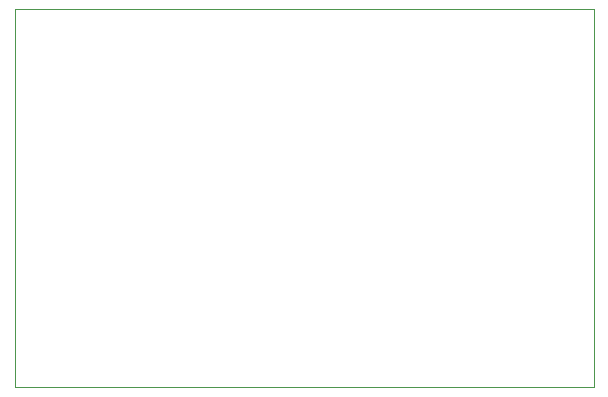
<source format=gbr>
%TF.GenerationSoftware,KiCad,Pcbnew,9.0.1*%
%TF.CreationDate,2025-07-01T13:45:27+02:00*%
%TF.ProjectId,BatteryBackup,42617474-6572-4794-9261-636b75702e6b,rev?*%
%TF.SameCoordinates,Original*%
%TF.FileFunction,Profile,NP*%
%FSLAX46Y46*%
G04 Gerber Fmt 4.6, Leading zero omitted, Abs format (unit mm)*
G04 Created by KiCad (PCBNEW 9.0.1) date 2025-07-01 13:45:27*
%MOMM*%
%LPD*%
G01*
G04 APERTURE LIST*
%TA.AperFunction,Profile*%
%ADD10C,0.050000*%
%TD*%
G04 APERTURE END LIST*
D10*
X129000000Y-67000000D02*
X178000000Y-67000000D01*
X178000000Y-99000000D01*
X129000000Y-99000000D01*
X129000000Y-67000000D01*
M02*

</source>
